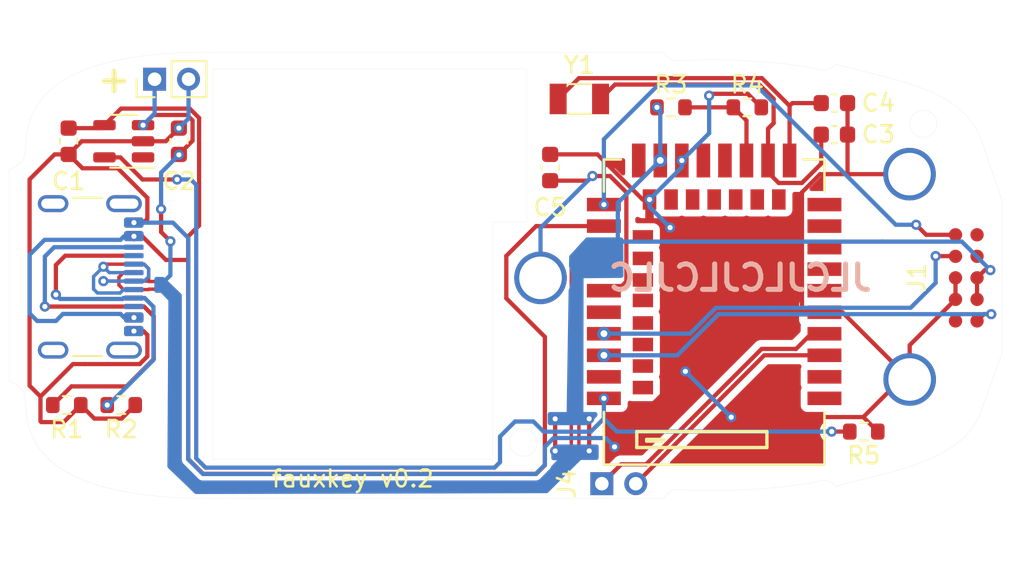
<source format=kicad_pcb>
(kicad_pcb (version 20221018) (generator pcbnew)
  (layers (0 "F.Cu" signal) (31 "B.Cu" signal) (34 "B.Paste" user) (35 "F.Paste" user) (36 "B.SilkS" user "B.Silkscreen") (37 "F.SilkS" user "F.Silkscreen") (38 "B.Mask" user) (39 "F.Mask" user) (44 "Edge.Cuts" user))
  (net 0 "")
  (net 1 "/Power/USB_VBUS")
  (net 2 "GND")
  (net 3 "/Power/VCC")
  (net 4 "/Power/USB_D-")
  (net 5 "/Power/USB_D+")
  (net 15 "Net-(U1-P0.00{slash}XL1)")
  (net 16 "Net-(U1-P0.01{slash}XL2)")
  (net 32 "/Power/~{CHRG}")
  (net 33 "/Power/PROG")
  (net 34 "Net-(J2-CC1)")
  (net 36 "Net-(J2-CC2)")
  (net 39 "/Power/VCC_DIV")
  (net 41 "unconnected-(U1-P1.00-Pad36)")
  (net 42 "Net-(J1-RST)")
  (net 43 "Net-(J1-SWDIO)")
  (net 45 "Net-(J1-SWDCLK)")
  (net 46 "Net-(J1-5V0-Pad10)")
  (net 47 "/KEY_PWR")
  (net 48 "Net-(J4-Pin_1)")
  (net 49 "Net-(J4-Pin_2)")
  (footprint "fauxkey:Tag-Connect_TC2050-IDC-NL_2x05_P1.27mm_Vertical_NoSilkscreen" (layer "F.Cu") (at 172.905 95.0574 -90)
    (fp_text reference "J1")
    (fp_text value "Conn_ARM_JTAG_SWD_10")
  )
  (footprint "Capacitor_SMD:C_0603_1608Metric" (layer "F.Cu") (at 126.5 87 90)
    (fp_text reference "C2")
    (fp_text value "10uF")
  )
  (footprint "Crystal:Crystal_SMD_3215-2Pin_3.2x1.5mm" (layer "F.Cu") (at 150.1006 84.5038)
    (fp_text reference "Y1")
    (fp_text value "32.768 kHz")
  )
  (footprint "fauxkey:PinHeader_1x02_P2.00mm_Vertical_NoSilkscreen" (layer "F.Cu") (at 151.425 107.2 90)
    (fp_text reference "J4")
    (fp_text value "Conn_01x02")
  )
  (footprint "Package_TO_SOT_SMD:TSOT-23-5" (layer "F.Cu") (at 123.25 87 180)
    (fp_text reference "U2" hide)
    (fp_text value "LTC4054ES5-4.2" hide)
  )
  (footprint "Capacitor_SMD:C_0603_1608Metric" (layer "F.Cu") (at 120 87 -90)
    (fp_text reference "C1")
    (fp_text value "10uF")
  )
  (footprint "Capacitor_SMD:C_0603_1608Metric" (layer "F.Cu") (at 165.1318 86.607)
    (fp_text reference "C3")
    (fp_text value "12pF")
  )
  (footprint "Resistor_SMD:R_0603_1608Metric" (layer "F.Cu") (at 166.865 104.125)
    (fp_text reference "R5")
    (fp_text value "2k")
  )
  (footprint "E73-2G4M08S1C:E73-2G4M08S1C" (layer "F.Cu") (at 158.0463 95.1505)
    (fp_text reference "U1" hide)
    (fp_text value "E73-2G4M08S1C")
  )
  (footprint "Capacitor_SMD:C_0603_1608Metric" (layer "F.Cu") (at 165.1318 84.7482)
    (fp_text reference "C4")
    (fp_text value "12pF")
  )
  (footprint "fauxkey:USB_C_Receptacle_GCT_USB4105-xx-A_16P_TopMnt_Horizontal_BothSides" (layer "F.Cu") (at 120.1613 95 -90)
    (fp_text reference "J2" hide)
    (fp_text value "USB_C_Receptacle_USB2.0" hide)
  )
  (footprint "Connector_PinHeader_2.00mm:PinHeader_1x02_P2.00mm_Vertical" (layer "F.Cu") (at 125.0682 83.3398 90)
    (fp_text reference "J3" hide)
    (fp_text value "Conn_01x02")
  )
  (footprint "Resistor_SMD:R_0603_1608Metric" (layer "F.Cu") (at 155.5 85 180)
    (fp_text reference "R3")
    (fp_text value "800k")
  )
  (footprint "Capacitor_SMD:C_0603_1608Metric" (layer "F.Cu") (at 148.38 88.5494 90)
    (fp_text reference "C5")
    (fp_text value "10uF")
  )
  (footprint "Resistor_SMD:R_0603_1608Metric" (layer "F.Cu") (at 119.8913 102.5595 180)
    (fp_text reference "R1")
    (fp_text value "5.1k")
  )
  (footprint "Resistor_SMD:R_0603_1608Metric" (layer "F.Cu") (at 160 85 180)
    (fp_text reference "R4")
    (fp_text value "2M")
  )
  (footprint "Resistor_SMD:R_0603_1608Metric" (layer "F.Cu") (at 123.1013 102.5595 180)
    (fp_text reference "R2")
    (fp_text value "5.1k")
  )
  (gr_poly (pts (xy 128.50057 105.753849) (xy 145.00057 105.753849) (xy 145.00057 91.753849) (xy 147.00057 91.753849) (xy 147 82.75) (xy 128.5 82.75)) (stroke (width 0.01)) (fill none) (layer "Edge.Cuts"))
  (gr_circle (center 170.3753 85.97) (end 171.1753 85.97) (stroke (width 0.01)) (fill none) (layer "Edge.Cuts"))
  (gr_poly (pts (xy 128.50057 81.753849) (xy 147.00057 81.753849) (xy 155.102495 81.755416) (xy 155.133274 81.802654) (xy 155.165427 81.847947) (xy 155.19889 81.891271) (xy 155.2336 81.932599) (xy 155.269491 81.971906) (xy 155.3065 82.009166) (xy 155.344563 82.044354) (xy 155.383614 82.077443) (xy 155.423591 82.108409) (xy 155.464428 82.137225) (xy 155.506061 82.163865) (xy 155.548427 82.188305) (xy 155.591461 82.210518) (xy 155.635099 82.230478) (xy 155.679276 82.248161) (xy 155.723928 82.263539) (xy 156.781325 82.21077) (xy 157.859651 82.192882) (xy 158.944954 82.207551) (xy 160.023279 82.25245) (xy 161.080676 82.325254) (xy 162.103192 82.423638) (xy 163.076873 82.545277) (xy 163.987768 82.687845) (xy 164.075053 82.724783) (xy 164.118394 82.74072) (xy 164.161509 82.754963) (xy 164.204378 82.767512) (xy 164.246983 82.778361) (xy 164.289305 82.787509) (xy 164.331325 82.794952) (xy 164.373024 82.800688) (xy 164.414384 82.804712) (xy 164.455384 82.807023) (xy 164.496007 82.807617) (xy 164.536233 82.806491) (xy 164.576043 82.803643) (xy 164.615419 82.799068) (xy 164.654341 82.792764) (xy 164.692792 82.784729) (xy 164.73075 82.774958) (xy 164.768199 82.76345) (xy 164.805118 82.7502) (xy 164.84149 82.735206) (xy 164.877294 82.718465) (xy 164.912513 82.699974) (xy 164.947126 82.67973) (xy 164.981116 82.65773) (xy 165.014464 82.63397) (xy 165.047149 82.608449) (xy 165.079154 82.581162) (xy 165.11046 82.552106) (xy 165.141047 82.521279) (xy 165.170897 82.488678) (xy 165.199991 82.4543) (xy 168.168846 83.207953) (xy 168.861339 83.398602) (xy 169.527006 83.600444) (xy 170.162381 83.818629) (xy 170.763995 84.058305) (xy 171.051059 84.187811) (xy 171.328381 84.324621) (xy 171.59553 84.469379) (xy 171.85207 84.622728) (xy 172.09757 84.785312) (xy 172.331595 84.957774) (xy 172.553712 85.140759) (xy 172.763487 85.334909) (xy 172.960487 85.540869) (xy 173.144279 85.759282) (xy 173.314428 85.990791) (xy 173.470502 86.236042) (xy 173.612067 86.495676) (xy 173.738689 86.770338) (xy 173.849935 87.060671) (xy 173.945371 87.36732) (xy 175.000044 90.452104) (xy 175.000047 99.547909) (xy 173.945375 102.438387) (xy 173.849939 102.745036) (xy 173.738693 103.035369) (xy 173.612071 103.310031) (xy 173.470506 103.569666) (xy 173.314432 103.814916) (xy 173.144282 104.046426) (xy 172.960491 104.264839) (xy 172.763491 104.470798) (xy 172.553715 104.664949) (xy 172.331598 104.847933) (xy 171.852073 105.182979) (xy 171.328384 105.481086) (xy 170.763998 105.747403) (xy 170.162383 105.987079) (xy 169.527008 106.205263) (xy 168.861341 106.407105) (xy 168.168849 106.597755) (xy 165.199995 107.351408) (xy 165.14105 107.284428) (xy 165.079157 107.224546) (xy 165.014466 107.171737) (xy 164.981118 107.147978) (xy 164.947128 107.125977) (xy 164.912514 107.105733) (xy 164.877295 107.087242) (xy 164.841491 107.070501) (xy 164.805119 107.055508) (xy 164.7682 107.042258) (xy 164.730751 107.030749) (xy 164.654342 107.012943) (xy 164.576043 107.002065) (xy 164.496007 106.99809) (xy 164.414384 107.000995) (xy 164.331325 107.010755) (xy 164.246983 107.027346) (xy 164.161509 107.050744) (xy 164.075053 107.080924) (xy 163.987768 107.117863) (xy 163.076873 107.260429) (xy 162.103192 107.382068) (xy 161.080676 107.480452) (xy 160.023279 107.553256) (xy 158.944954 107.598156) (xy 157.859651 107.612825) (xy 156.781325 107.594937) (xy 155.723928 107.542168) (xy 155.679276 107.557546) (xy 155.635099 107.575229) (xy 155.591461 107.595189) (xy 155.548427 107.617402) (xy 155.506061 107.641842) (xy 155.464428 107.668482) (xy 155.423591 107.697298) (xy 155.383614 107.728264) (xy 155.344563 107.761353) (xy 155.3065 107.796541) (xy 155.269491 107.833801) (xy 155.2336 107.873108) (xy 155.19889 107.914436) (xy 155.165427 107.95776) (xy 155.133274 108.003053) (xy 155.102495 108.050291) (xy 129.966428 108.052792) (xy 128.686383 108.076266) (xy 127.497673 108.065482) (xy 126.39688 108.022452) (xy 125.380586 107.949187) (xy 124.445371 107.8477) (xy 123.587817 107.720001) (xy 122.804506 107.568103) (xy 122.092018 107.394017) (xy 121.446937 107.199756) (xy 120.865842 106.98733) (xy 120.345315 106.758752) (xy 119.881938 106.516033) (xy 119.472292 106.261185) (xy 119.112959 105.99622) (xy 118.80052 105.72315) (xy 118.531556 105.443986) (xy 118.30265 105.16074) (xy 118.110381 104.875423) (xy 117.951332 104.590049) (xy 117.822084 104.306627) (xy 117.719219 104.02717) (xy 117.639318 103.75369) (xy 117.578962 103.488199) (xy 117.534733 103.232707) (xy 117.480982 102.759772) (xy 117.450714 102.350979) (xy 117.416583 102.02242) (xy 117.389522 101.893259) (xy 117.351239 101.790192) (xy 117.330011 101.751093) (xy 117.306495 101.713238) (xy 117.280886 101.676627) (xy 117.253377 101.641259) (xy 117.224164 101.607134) (xy 117.193439 101.574251) (xy 117.161398 101.542612) (xy 117.128235 101.512215) (xy 117.094143 101.48306) (xy 117.059317 101.455148) (xy 116.988241 101.40305) (xy 116.91656 101.355919) (xy 116.845827 101.313755) (xy 116.777597 101.276555) (xy 116.713423 101.24432) (xy 116.654858 101.217047) (xy 116.603458 101.194735) (xy 116.528364 101.164991) (xy 116.50057 101.155079) (xy 116.50057 88.650586) (xy 116.603458 88.610929) (xy 116.713423 88.561345) (xy 116.777597 88.529109) (xy 116.845827 88.491909) (xy 116.91656 88.449745) (xy 116.988241 88.402614) (xy 117.059317 88.350516) (xy 117.128235 88.293449) (xy 117.193439 88.231413) (xy 117.224164 88.198531) (xy 117.253377 88.164405) (xy 117.280886 88.129037) (xy 117.306495 88.092426) (xy 117.330011 88.054571) (xy 117.351239 88.015473) (xy 117.389522 87.912406) (xy 117.416583 87.783244) (xy 117.435841 87.63) (xy 117.450714 87.454686) (xy 117.480981 87.045892) (xy 117.503212 86.816436) (xy 117.534733 86.572957) (xy 117.578962 86.317466) (xy 117.639318 86.051974) (xy 117.719219 85.778494) (xy 117.822084 85.499037) (xy 117.951332 85.215616) (xy 118.026918 85.073047) (xy 118.110381 84.930241) (xy 118.202149 84.78745) (xy 118.30265 84.644925) (xy 118.41231 84.502917) (xy 118.531557 84.361679) (xy 118.660818 84.22146) (xy 118.80052 84.082514) (xy 118.951092 83.945092) (xy 119.11296 83.809444) (xy 119.286551 83.675823) (xy 119.472293 83.544479) (xy 119.670613 83.415665) (xy 119.881938 83.289631) (xy 120.106697 83.16663) (xy 120.345315 83.046912) (xy 120.598221 82.93073) (xy 120.865842 82.818334) (xy 121.148605 82.709977) (xy 121.446937 82.605908) (xy 121.761266 82.506381) (xy 122.092019 82.411647) (xy 122.439623 82.321956) (xy 122.804506 82.237561) (xy 123.187095 82.158713) (xy 123.587817 82.085663) (xy 124.0071 82.018663) (xy 124.445371 81.957964) (xy 124.903057 81.903818) (xy 125.380586 81.856476) (xy 125.626925 81.836023) (xy 125.878385 81.818326) (xy 126.396881 81.790045) (xy 126.936501 81.769324) (xy 127.497674 81.753849) (xy 127.757442 81.749736) (xy 127.987919 81.749692)) (stroke (width 0.01)) (fill none) (layer "Edge.Cuts"))
  (gr_circle (center 146.812 104.775) (end 147.612 104.775) (stroke (width 0.01)) (fill none) (layer "Edge.Cuts"))
  (gr_text "JLCJLCJLCJLC" (at 167.4876 95.0574) (layer "B.SilkS") (effects (font (size 1.5 1.5) (thickness 0.3) bold) (justify left mirror)))
  (gr_text "fauxkey v0.2" (at 136.7506 106.90265) (layer "F.SilkS") (effects (font (size 1 1))))
  (gr_text "+" (at 122.682 83.3398) (layer "F.SilkS") (effects (font (size 1.5 1.5) (thickness 0.3) bold) (justify mirror)))
  (segment (start 127.05 92.6084) (end 127.69 91.9684) (width 0.25) (layer "F.Cu") (net 1))
  (segment (start 145.796 93.764) (end 145.796 96.266) (width 0.25) (layer "F.Cu") (net 1))
  (segment (start 127.05 94) (end 127.05 92.6084) (width 0.25) (layer "F.Cu") (net 1))
  (segment (start 124.342464 92.6084) (end 125.734064 94) (width 0.25) (layer "F.Cu") (net 1))
  (segment (start 147.5545 92.0055) (end 145.796 93.764) (width 0.25) (layer "F.Cu") (net 1))
  (segment (start 151.5463 92.0055) (end 147.5545 92.0055) (width 0.25) (layer "F.Cu") (net 1))
  (segment (start 127.05 105.74) (end 127.05 94) (width 0.25) (layer "F.Cu") (net 1))
  (segment (start 123.0895 85.073) (end 122.1125 86.05) (width 0.25) (layer "F.Cu") (net 1))
  (segment (start 127.93 106.62) (end 127.05 105.74) (width 0.25) (layer "F.Cu") (net 1))
  (segment (start 123.8504 92.6084) (end 124.342464 92.6084) (width 0.25) (layer "F.Cu") (net 1))
  (segment (start 120 86.225) (end 121.9375 86.225) (width 0.25) (layer "F.Cu") (net 1))
  (segment (start 123.842 92.6) (end 123.8504 92.6084) (width 0.25) (layer "F.Cu") (net 1))
  (segment (start 123.8413 92.6) (end 123.842 92.6) (width 0.25) (layer "F.Cu") (net 1))
  (segment (start 148.07 98.54) (end 148.07 106.11) (width 0.25) (layer "F.Cu") (net 1))
  (segment (start 123.8504 92.6084) (end 123.8588 92.6) (width 0.25) (layer "F.Cu") (net 1))
  (segment (start 121.9375 86.225) (end 122.1125 86.05) (width 0.25) (layer "F.Cu") (net 1))
  (segment (start 148.07 106.11) (end 147.56 106.62) (width 0.25) (layer "F.Cu") (net 1))
  (segment (start 145.796 96.266) (end 148.07 98.54) (width 0.25) (layer "F.Cu") (net 1))
  (segment (start 147.56 106.62) (end 127.93 106.62) (width 0.25) (layer "F.Cu") (net 1))
  (segment (start 127.14021 85.073) (end 123.0895 85.073) (width 0.25) (layer "F.Cu") (net 1))
  (segment (start 127.69 85.62279) (end 127.14021 85.073) (width 0.25) (layer "F.Cu") (net 1))
  (segment (start 125.734064 94) (end 127.05 94) (width 0.25) (layer "F.Cu") (net 1))
  (segment (start 127.69 91.9684) (end 127.69 85.62279) (width 0.25) (layer "F.Cu") (net 1))
  (via (at 123.85 97.4) (size 0.6) (drill 0.3) (layers "F.Cu" "B.Cu") (net 1))
  (via (at 123.8504 92.6084) (size 0.6) (drill 0.3) (layers "F.Cu" "B.Cu") (net 1))
  (segment (start 123.057906 97.186) (end 119.664 97.186) (width 0.25) (layer "B.Cu") (net 1))
  (segment (start 118.15 97.6) (end 117.7 97.15) (width 0.25) (layer "B.Cu") (net 1))
  (segment (start 119.664 97.186) (end 119.25 97.6) (width 0.25) (layer "B.Cu") (net 1))
  (segment (start 123.263506 92.6084) (end 123.8504 92.6084) (width 0.25) (layer "B.Cu") (net 1))
  (segment (start 123.271906 97.4) (end 123.057906 97.186) (width 0.25) (layer "B.Cu") (net 1))
  (segment (start 117.7 97.15) (end 117.7 93.7) (width 0.25) (layer "B.Cu") (net 1))
  (segment (start 118.586 92.814) (end 123.057906 92.814) (width 0.25) (layer "B.Cu") (net 1))
  (segment (start 123.057906 92.814) (end 123.263506 92.6084) (width 0.25) (layer "B.Cu") (net 1))
  (segment (start 117.7 93.7) (end 118.586 92.814) (width 0.25) (layer "B.Cu") (net 1))
  (segment (start 119.25 97.6) (end 118.15 97.6) (width 0.25) (layer "B.Cu") (net 1))
  (segment (start 123.85 97.4) (end 123.271906 97.4) (width 0.25) (layer "B.Cu") (net 1))
  (segment (start 165.9068 88.934) (end 165.9128 88.94) (width 0.25) (layer "F.Cu") (net 2))
  (segment (start 157.86 84.2) (end 157.75 84.31) (width 0.25) (layer "F.Cu") (net 2))
  (segment (start 154.2363 90.4355) (end 154.2363 90.8155) (width 0.25) (layer "F.Cu") (net 2))
  (segment (start 165.9068 86.607) (end 165.9068 84.7482) (width 0.25) (layer "F.Cu") (net 2))
  (segment (start 124.416299 98.2) (end 124.6413 98.425001) (width 0.25) (layer "F.Cu") (net 2))
  (segment (start 123.85 91.8) (end 124.416299 91.8) (width 0.25) (layer "F.Cu") (net 2))
  (segment (start 165.6036 97.0855) (end 169.57 101.0519) (width 0.25) (layer "F.Cu") (net 2))
  (segment (start 163.2213 96.7668) (end 163.54 97.0855) (width 0.25) (layer "F.Cu") (net 2))
  (segment (start 123.9263 102.5595) (end 123.1263 103.3595) (width 0.25) (layer "F.Cu") (net 2))
  (segment (start 169.0531 101.0519) (end 169.57 101.0519) (width 0.25) (layer "F.Cu") (net 2))
  (segment (start 124.6413 99.6915) (end 124.1878 100.145) (width 0.25) (layer "F.Cu") (net 2))
  (segment (start 125.725 87) (end 126.5 86.225) (width 0.25) (layer "F.Cu") (net 2))
  (segment (start 151.168358 87.7744) (end 148.38 87.7744) (width 0.25) (layer "F.Cu") (net 2))
  (segment (start 120.8202 88.5952) (end 120 87.775) (width 0.25) (layer "F.Cu") (net 2))
  (segment (start 123.1263 103.3595) (end 121.5163 103.3595) (width 0.25) (layer "F.Cu") (net 2))
  (segment (start 154.2363 90.4355) (end 153.829458 90.4355) (width 0.25) (layer "F.Cu") (net 2))
  (segment (start 123.8413 98.2) (end 123.85 98.2) (width 0.25) (layer "F.Cu") (net 2))
  (segment (start 154.2363 90.4355) (end 154.2363 90.6355) (width 0.25) (layer "F.Cu") (net 2))
  (segment (start 120 87.775) (end 120.775 87) (width 0.25) (layer "F.Cu") (net 2))
  (segment (start 121.5163 103.3595) (end 120.7163 102.5595) (width 0.25) (layer "F.Cu") (net 2))
  (segment (start 124.416299 91.8) (end 124.6413 91.574999) (width 0.25) (layer "F.Cu") (net 2))
  (segment (start 117.7 101.4174) (end 118.3413 102.0587) (width 0.25) (layer "F.Cu") (net 2))
  (segment (start 152.175 105.025) (end 152.175 104.75) (width 0.25) (layer "F.Cu") (net 2))
  (segment (start 166.835 103.27) (end 167.69 104.125) (width 0.25) (layer "F.Cu") (net 2))
  (segment (start 169.56 88.94) (end 165.9128 88.94) (width 0.25) (layer "F.Cu") (net 2))
  (segment (start 153.829458 90.4355) (end 151.168358 87.7744) (width 0.25) (layer "F.Cu") (net 2))
  (segment (start 120.95 100.145) (end 122.3446 100.145) (width 0.25) (layer "F.Cu") (net 2))
  (segment (start 164.2918 88.94) (end 163.2213 90.0105) (width 0.25) (layer "F.Cu") (net 2))
  (segment (start 160.025 84.2) (end 157.86 84.2) (width 0.25) (layer "F.Cu") (net 2))
  (segment (start 165.9128 88.94) (end 164.2918 88.94) (width 0.25) (layer "F.Cu") (net 2))
  (segment (start 124.6413 90.338274) (end 122.898226 88.5952) (width 0.25) (layer "F.Cu") (net 2))
  (segment (start 172.27 96.3274) (end 169.57 99.0274) (width 0.25) (layer "F.Cu") (net 2))
  (segment (start 163.54 97.0855) (end 164.5463 97.0855) (width 0.25) (layer "F.Cu") (net 2))
  (segment (start 152.175 104.75) (end 156.35 100.575) (width 0.25) (layer "F.Cu") (net 2))
  (segment (start 124.6413 98.425001) (end 124.6413 99.6915) (width 0.25) (layer "F.Cu") (net 2))
  (segment (start 118.397103 103.567103) (end 118.3413 103.5113) (width 0.25) (layer "F.Cu") (net 2))
  (segment (start 123.85 98.2) (end 124.416299 98.2) (width 0.25) (layer "F.Cu") (net 2))
  (segment (start 159.055 103.27) (end 159.05 103.275) (width 0.25) (layer "F.Cu") (net 2))
  (segment (start 118.3413 103.5113) (end 118.3413 102.0587) (width 0.25) (layer "F.Cu") (net 2))
  (segment (start 124.3875 87) (end 125.725 87) (width 0.25) (layer "F.Cu") (net 2))
  (segment (start 165.9068 86.607) (end 165.9068 88.934) (width 0.25) (layer "F.Cu") (net 2))
  (segment (start 166.835 103.27) (end 169.0531 101.0519) (width 0.25) (layer "F.Cu") (net 2))
  (segment (start 162.8 103.27) (end 166.835 103.27) (width 0.25) (layer "F.Cu") (net 2))
  (segment (start 122.898226 88.5952) (end 120.8202 88.5952) (width 0.25) (layer "F.Cu") (net 2))
  (segment (start 163.2213 90.0105) (end 163.2213 96.7668) (width 0.25) (layer "F.Cu") (net 2))
  (segment (start 156.1413 88.1355) (end 156.1413 87.3555) (width 0.25) (layer "F.Cu") (net 2))
  (segment (start 118.3413 102.0587) (end 120.255 100.145) (width 0.25) (layer "F.Cu") (net 2))
  (segment (start 120 87.775) (end 119.175 87.775) (width 0.25) (layer "F.Cu") (net 2))
  (segment (start 119.175 87.775) (end 117.7 89.25) (width 0.25) (layer "F.Cu") (net 2))
  (segment (start 120.7163 102.5595) (end 119.708697 103.567103) (width 0.25) (layer "F.Cu") (net 2))
  (segment (start 120.775 87) (end 124.3875 87) (width 0.25) (layer "F.Cu") (net 2))
  (segment (start 124.6413 91.574999) (end 124.6413 90.338274) (width 0.25) (layer "F.Cu") (net 2))
  (segment (start 169.57 99.0274) (end 169.57 101.0519) (width 0.25) (layer "F.Cu") (net 2))
  (segment (start 119.708697 103.567103) (end 118.397103 103.567103) (width 0.25) (layer "F.Cu") (net 2))
  (segment (start 162.8 103.27) (end 159.055 103.27) (width 0.25) (layer "F.Cu") (net 2))
  (segment (start 172.27 95.0574) (end 172.27 96.3274) (width 0.25) (layer "F.Cu") (net 2))
  (segment (start 123.8413 91.8) (end 123.85 91.8) (width 0.25) (layer "F.Cu") (net 2))
  (segment (start 164.5463 97.0855) (end 165.6036 97.0855) (width 0.25) (layer "F.Cu") (net 2))
  (segment (start 160.825 85) (end 160.025 84.2) (width 0.25) (layer "F.Cu") (net 2))
  (segment (start 120.255 100.145) (end 120.95 100.145) (width 0.25) (layer "F.Cu") (net 2))
  (segment (start 124.1878 100.145) (end 122.3446 100.145) (width 0.25) (layer "F.Cu") (net 2))
  (segment (start 117.7 89.25) (end 117.7 101.4174) (width 0.25) (layer "F.Cu") (net 2))
  (via (at 156.1413 88.1355) (size 0.6) (drill 0.3) (layers "F.Cu" "B.Cu") (net 2))
  (via (at 159.05 103.275) (size 0.6) (drill 0.3) (layers "F.Cu" "B.Cu") (net 2))
  (via (at 123.85 98.2) (size 0.6) (drill 0.3) (layers "F.Cu" "B.Cu") (net 2))
  (via (at 169.57 101.0519) (size 3.1) (drill 2.51) (layers "F.Cu" "B.Cu") (net 2))
  (via (at 169.56 88.94) (size 3.1) (drill 2.51) (layers "F.Cu" "B.Cu") (net 2))
  (via (at 152.175 105.025) (size 0.6) (drill 0.3) (layers "F.Cu" "B.Cu") (net 2))
  (via (at 155.45 92.09) (size 0.6) (drill 0.3) (layers "F.Cu" "B.Cu") (net 2))
  (via (at 123.85 91.8) (size 0.6) (drill 0.3) (layers "F.Cu" "B.Cu") (net 2))
  (via (at 126.5 86.225) (size 0.6) (drill 0.3) (layers "F.Cu" "B.Cu") (net 2))
  (via (at 156.35 100.575) (size 0.6) (drill 0.3) (layers "F.Cu" "B.Cu") (net 2))
  (via (at 154.2363 90.4355) (size 0.6) (drill 0.3) (layers "F.Cu" "B.Cu") (net 2))
  (via (at 157.75 84.31) (size 0.6) (drill 0.3) (layers "F.Cu" "B.Cu") (net 2))
  (segment (start 148.07 106.0824) (end 147.5232 106.6292) (width 0.25) (layer "B.Cu") (net 2))
  (segment (start 127.0682 85.6568) (end 127.0682 83.3398) (width 0.25) (layer "B.Cu") (net 2))
  (segment (start 151.032 104.507) (end 151.657 104.507) (width 0.25) (layer "B.Cu") (net 2))
  (segment (start 147.5232 106.6292) (end 127.9144 106.6292) (width 0.25) (layer "B.Cu") (net 2))
  (segment (start 159.05 103.275) (end 156.35 100.575) (width 0.25) (layer "B.Cu") (net 2))
  (segment (start 126.15 91.8) (end 123.85 91.8) (width 0.25) (layer "B.Cu") (net 2))
  (segment (start 154.2363 90.4355) (end 154.2363 90.8763) (width 0.25) (layer "B.Cu") (net 2))
  (segment (start 148.581 104.507) (end 148.07 105.018) (width 0.25) (layer "B.Cu") (net 2))
  (segment (start 127.0508 105.7656) (end 127.0508 92.7008) (width 0.25) (layer "B.Cu") (net 2))
  (segment (start 154.2363 90.8763) (end 155.45 92.09) (width 0.25) (layer "B.Cu") (net 2))
  (segment (start 148.581 104.507) (end 151.032 104.507) (width 0.25) (layer "B.Cu") (net 2))
  (segment (start 151.657 104.507) (end 152.175 105.025) (width 0.25) (layer "B.Cu") (net 2))
  (segment (start 127.0508 92.7008) (end 126.15 91.8) (width 0.25) (layer "B.Cu") (net 2))
  (segment (start 157.75 84.31) (end 157.75 86.5268) (width 0.25) (layer "B.Cu") (net 2))
  (segment (start 127.9144 106.6292) (end 127.0508 105.7656) (width 0.25) (layer "B.Cu") (net 2))
  (segment (start 148.07 105.018) (end 148.07 106.0824) (width 0.25) (layer "B.Cu") (net 2))
  (segment (start 126.5 86.225) (end 127.0682 85.6568) (width 0.25) (layer "B.Cu") (net 2))
  (segment (start 157.75 86.5268) (end 156.1413 88.1355) (width 0.25) (layer "B.Cu") (net 2))
  (segment (start 156.1413 88.1355) (end 156.1413 88.5305) (width 0.25) (layer "B.Cu") (net 2))
  (segment (start 156.1413 88.5305) (end 154.2363 90.4355) (width 0.25) (layer "B.Cu") (net 2))
  (segment (start 173.54 96.3274) (end 173.54 95.0574) (width 0.25) (layer "F.Cu") (net 3))
  (segment (start 127.3048 85.770748) (end 127.3048 86.9702) (width 0.25) (layer "F.Cu") (net 3))
  (segment (start 173.9974 94.6) (end 173.54 95.0574) (width 0.25) (layer "F.Cu") (net 3))
  (segment (start 126.5 87.8) (end 126.475 87.8) (width 0.25) (layer "F.Cu") (net 3))
  (segment (start 125.45 91) (end 125.45 92.35) (width 0.25) (layer "F.Cu") (net 3))
  (segment (start 127.3048 86.9702) (end 126.5 87.775) (width 0.25) (layer "F.Cu") (net 3))
  (segment (start 126.984052 85.45) (end 127.3048 85.770748) (width 0.25) (layer "F.Cu") (net 3))
  (segment (start 125.45 92.35) (end 126 92.9) (width 0.25) (layer "F.Cu") (net 3))
  (segment (start 124.3875 86.05) (end 124.9875 85.45) (width 0.25) (layer "F.Cu") (net 3))
  (segment (start 150.68 103.37) (end 150.68 105.2636) (width 0.25) (layer "F.Cu") (net 3))
  (segment (start 174.325 94.6) (end 173.9974 94.6) (width 0.25) (layer "F.Cu") (net 3))
  (segment (start 148.675 103.375) (end 148.675 105.2686) (width 0.25) (layer "F.Cu") (net 3))
  (segment (start 126.5 87.775) (end 126.5 87.8) (width 0.25) (layer "F.Cu") (net 3))
  (segment (start 150.78 103.33) (end 150.78 103.34) (width 0.25) (layer "F.Cu") (net 3))
  (segment (start 126.475 87.8) (end 126.5 87.775) (width 0.25) (layer "F.Cu") (net 3))
  (segment (start 124.9875 85.45) (end 126.984052 85.45) (width 0.25) (layer "F.Cu") (net 3))
  (segment (start 154.8713 88.1355) (end 154.8713 88.1313) (width 0.25) (layer "F.Cu") (net 3))
  (segment (start 154.8713 88.1313) (end 154.87 88.13) (width 0.25) (layer "F.Cu") (net 3))
  (via (at 126 92.9) (size 0.6) (drill 0.3) (layers "F.Cu" "B.Cu") (net 3))
  (via (at 124.3875 86.05) (size 0.6) (drill 0.3) (layers "F.Cu" "B.Cu") (net 3))
  (via (at 126.5 87.8) (size 0.6) (drill 0.3) (layers "F.Cu" "B.Cu") (net 3))
  (via (at 150.68 103.37) (size 0.6) (drill 0.3) (layers "F.Cu" "B.Cu") (net 3))
  (via (at 174.325 94.6) (size 0.6) (drill 0.3) (layers "F.Cu" "B.Cu") (net 3))
  (via (at 150.68 105.2636) (size 0.6) (drill 0.3) (layers "F.Cu" "B.Cu") (net 3))
  (via (at 125.45 91) (size 0.6) (drill 0.3) (layers "F.Cu" "B.Cu") (net 3))
  (via (at 148.675 105.2686) (size 0.6) (drill 0.3) (layers "F.Cu" "B.Cu") (net 3))
  (via (at 154.87 88.13) (size 0.8) (drill 0.4) (layers "F.Cu" "B.Cu") (net 3))
  (via (at 154.675 85) (size 0.6) (drill 0.3) (layers "F.Cu" "B.Cu") (net 3))
  (via (at 148.675 103.375) (size 0.6) (drill 0.3) (layers "F.Cu" "B.Cu") (net 3))
  (segment (start 154.87 85.195) (end 154.675 85) (width 0.25) (layer "B.Cu") (net 3))
  (segment (start 126 94.9) (end 125.4 95.5) (width 0.25) (layer "B.Cu") (net 3))
  (segment (start 126 92.9) (end 126 94.9) (width 0.25) (layer "B.Cu") (net 3))
  (segment (start 172.645 92.92) (end 174.325 94.6) (width 0.25) (layer "B.Cu") (net 3))
  (segment (start 152.37 92.92) (end 167.97 92.92) (width 0.25) (layer "B.Cu") (net 3))
  (segment (start 152.37 90.63) (end 152.37 92.92) (width 0.25) (layer "B.Cu") (net 3))
  (segment (start 167.97 92.92) (end 172.645 92.92) (width 0.25) (layer "B.Cu") (net 3))
  (segment (start 154.87 88.13) (end 152.37 90.63) (width 0.25) (layer "B.Cu") (net 3))
  (segment (start 125.45 88.85) (end 125.45 91) (width 0.25) (layer "B.Cu") (net 3))
  (segment (start 126.5 87.8) (end 125.45 88.85) (width 0.25) (layer "B.Cu") (net 3))
  (segment (start 154.87 88.13) (end 154.87 85.195) (width 0.25) (layer "B.Cu") (net 3))
  (segment (start 124.3875 86.05) (end 125.0682 85.3693) (width 0.25) (layer "B.Cu") (net 3))
  (segment (start 151.18 94.11) (end 152.37 92.92) (width 0.25) (layer "B.Cu") (net 3))
  (segment (start 125.0682 85.3693) (end 125.0682 83.3398) (width 0.25) (layer "B.Cu") (net 3))
  (segment (start 122.05 94.4) (end 122.2 94.25) (width 0.2) (layer "F.Cu") (net 4))
  (segment (start 151.5463 93.2755) (end 150.9463 93.2755) (width 0.2) (layer "F.Cu") (net 4))
  (segment (start 126.515 96.1268) (end 125.6632 95.275) (width 0.2) (layer "F.Cu") (net 4))
  (segment (start 150.1163 93.6855) (end 149.625 94.1768) (width 0.2) (layer "F.Cu") (net 4))
  (segment (start 124.703801 95.25) (end 123.8413 95.25) (width 0.2) (layer "F.Cu") (net 4))
  (segment (start 124.7163 94.51759) (end 124.7163 95.237501) (width 0.2) (layer "F.Cu") (net 4))
  (segment (start 125.6632 95.275) (end 124.728801 95.275) (width 0.2) (layer "F.Cu") (net 4))
  (segment (start 124.44871 94.25) (end 124.7163 94.51759) (width 0.2) (layer "F.Cu") (net 4))
  (segment (start 122.2 94.25) (end 123.8413 94.25) (width 0.2) (layer "F.Cu") (net 4))
  (segment (start 126.515 105.9668) (end 126.515 96.1268) (width 0.2) (layer "F.Cu") (net 4))
  (segment (start 149.625 105.4068) (end 147.9068 107.125) (width 0.2) (layer "F.Cu") (net 4))
  (segment (start 127.6732 107.125) (end 126.515 105.9668) (width 0.2) (layer "F.Cu") (net 4))
  (segment (start 124.728801 95.275) (end 124.703801 95.25) (width 0.2) (layer "F.Cu") (net 4))
  (segment (start 150.9463 93.2755) (end 150.5363 93.6855) (width 0.2) (layer "F.Cu") (net 4))
  (segment (start 150.5363 93.6855) (end 150.1163 93.6855) (width 0.2) (layer "F.Cu") (net 4))
  (segment (start 149.625 94.1768) (end 149.625 105.4068) (width 0.2) (layer "F.Cu") (net 4))
  (segment (start 124.7163 95.237501) (end 124.703801 95.25) (width 0.2) (layer "F.Cu") (net 4))
  (segment (start 123.8413 94.25) (end 124.44871 94.25) (width 0.2) (layer "F.Cu") (net 4))
  (segment (start 147.9068 107.125) (end 127.6732 107.125) (width 0.2) (layer "F.Cu") (net 4))
  (via (at 122.05 94.4) (size 0.6) (drill 0.3) (layers "F.Cu" "B.Cu") (net 4))
  (segment (start 123.03389 95.95) (end 121.7 95.95) (width 0.2) (layer "B.Cu") (net 4))
  (segment (start 123.8413 94.75) (end 122.4 94.75) (width 0.2) (layer "B.Cu") (net 4))
  (segment (start 123.23389 95.75) (end 123.03389 95.95) (width 0.2) (layer "B.Cu") (net 4))
  (segment (start 122.4 94.75) (end 122.05 94.4) (width 0.2) (layer "B.Cu") (net 4))
  (segment (start 121.7 95.95) (end 121.47 95.72) (width 0.2) (layer "B.Cu") (net 4))
  (segment (start 121.47 94.98) (end 122.05 94.4) (width 0.2) (layer "B.Cu") (net 4))
  (segment (start 121.47 95.72) (end 121.47 94.98) (width 0.2) (layer "B.Cu") (net 4))
  (segment (start 123.8413 95.75) (end 123.23389 95.75) (width 0.2) (layer "B.Cu") (net 4))
  (segment (start 122.9663 95.25) (end 122.9663 95.48241) (width 0.2) (layer "F.Cu") (net 5))
  (segment (start 150.9463 94.5455) (end 150.5363 94.1355) (width 0.2) (layer "F.Cu") (net 5))
  (segment (start 150.3027 94.1355) (end 150.075 94.3632) (width 0.2) (layer "F.Cu") (net 5))
  (segment (start 123.8413 94.75) (end 123.23389 94.75) (width 0.2) (layer "F.Cu") (net 5))
  (segment (start 124.728801 95.725) (end 124.703801 95.75) (width 0.2) (layer "F.Cu") (net 5))
  (segment (start 148.0932 107.575) (end 127.4868 107.575) (width 0.2) (layer "F.Cu") (net 5))
  (segment (start 122.9663 95.01759) (end 122.9663 95.25) (width 0.2) (layer "F.Cu") (net 5))
  (segment (start 122.05 95.25) (end 122.9663 95.25) (width 0.2) (layer "F.Cu") (net 5))
  (segment (start 123.23389 94.75) (end 122.9663 95.01759) (width 0.2) (layer "F.Cu") (net 5))
  (segment (start 150.5363 94.1355) (end 150.3027 94.1355) (width 0.2) (layer "F.Cu") (net 5))
  (segment (start 150.075 105.5932) (end 148.0932 107.575) (width 0.2) (layer "F.Cu") (net 5))
  (segment (start 151.5463 94.5455) (end 150.9463 94.5455) (width 0.2) (layer "F.Cu") (net 5))
  (segment (start 150.075 94.3632) (end 150.075 105.5932) (width 0.2) (layer "F.Cu") (net 5))
  (segment (start 126.065 96.3132) (end 125.4768 95.725) (width 0.2) (layer "F.Cu") (net 5))
  (segment (start 123.23389 95.75) (end 123.8413 95.75) (width 0.2) (layer "F.Cu") (net 5))
  (segment (start 126.065 106.1532) (end 126.065 96.3132) (width 0.2) (layer "F.Cu") (net 5))
  (segment (start 125.4768 95.725) (end 124.728801 95.725) (width 0.2) (layer "F.Cu") (net 5))
  (segment (start 124.703801 95.75) (end 123.8413 95.75) (width 0.2) (layer "F.Cu") (net 5))
  (segment (start 122.9663 95.48241) (end 123.23389 95.75) (width 0.2) (layer "F.Cu") (net 5))
  (segment (start 127.4868 107.575) (end 126.065 106.1532) (width 0.2) (layer "F.Cu") (net 5))
  (via (at 122.05 95.25) (size 0.6) (drill 0.3) (layers "F.Cu" "B.Cu") (net 5))
  (segment (start 123.8413 95.25) (end 122.05 95.25) (width 0.2) (layer "B.Cu") (net 5))
  (segment (start 124.7163 94.98241) (end 124.44871 95.25) (width 0.2) (layer "B.Cu") (net 5))
  (segment (start 123.8413 94.25) (end 124.44871 94.25) (width 0.2) (layer "B.Cu") (net 5))
  (segment (start 124.44871 94.25) (end 124.7163 94.51759) (width 0.2) (layer "B.Cu") (net 5))
  (segment (start 124.44871 95.25) (end 123.8413 95.25) (width 0.2) (layer "B.Cu") (net 5))
  (segment (start 124.7163 94.51759) (end 124.7163 94.98241) (width 0.2) (layer "B.Cu") (net 5))
  (segment (start 162.653237 84.7482) (end 162.4913 84.910137) (width 0.25) (layer "F.Cu") (net 15))
  (segment (start 150.0776 83.2768) (end 148.8506 84.5038) (width 0.25) (layer "F.Cu") (net 15))
  (segment (start 164.3568 84.7482) (end 162.653237 84.7482) (width 0.25) (layer "F.Cu") (net 15))
  (segment (start 162.4913 84.910137) (end 160.857963 83.2768) (width 0.25) (layer "F.Cu") (net 15))
  (segment (start 162.4913 88.1355) (end 162.4913 84.910137) (width 0.25) (layer "F.Cu") (net 15))
  (segment (start 160.857963 83.2768) (end 150.0776 83.2768) (width 0.25) (layer "F.Cu") (net 15))
  (segment (start 161.2213 88.1355) (end 161.2213 86.2587) (width 0.25) (layer "F.Cu") (net 16))
  (segment (start 161.55 84.501996) (end 161.55 85.93) (width 0.25) (layer "F.Cu") (net 16))
  (segment (start 152.2006 83.6538) (end 160.701804 83.6538) (width 0.25) (layer "F.Cu") (net 16))
  (segment (start 160.701804 83.6538) (end 161.55 84.501996) (width 0.25) (layer "F.Cu") (net 16))
  (segment (start 161.2213 88.8322) (end 161.8496 89.4605) (width 0.25) (layer "F.Cu") (net 16))
  (segment (start 161.2213 86.2587) (end 161.55 85.93) (width 0.25) (layer "F.Cu") (net 16))
  (segment (start 164.3568 88.32) (end 164.3568 86.607) (width 0.25) (layer "F.Cu") (net 16))
  (segment (start 163.2163 89.4605) (end 164.3568 88.32) (width 0.25) (layer "F.Cu") (net 16))
  (segment (start 161.55 85.93) (end 161.22 86.26) (width 0.25) (layer "F.Cu") (net 16))
  (segment (start 161.8496 89.4605) (end 163.2163 89.4605) (width 0.25) (layer "F.Cu") (net 16))
  (segment (start 151.3506 84.5038) (end 152.2006 83.6538) (width 0.25) (layer "F.Cu") (net 16))
  (segment (start 161.2213 88.1355) (end 161.2213 88.8322) (width 0.25) (layer "F.Cu") (net 16))
  (segment (start 126.3904 89.2556) (end 124.354692 89.2556) (width 0.25) (layer "F.Cu") (net 33))
  (segment (start 124.354692 89.2556) (end 123.049092 87.95) (width 0.25) (layer "F.Cu") (net 33))
  (segment (start 166.04 104.125) (end 164.975 104.125) (width 0.25) (layer "F.Cu") (net 33))
  (segment (start 123.049092 87.95) (end 122.1125 87.95) (width 0.25) (layer "F.Cu") (net 33))
  (via (at 164.975 104.125) (size 0.6) (drill 0.3) (layers "F.Cu" "B.Cu") (net 33))
  (via (at 151.5463 102.1655) (size 0.6) (drill 0.3) (layers "F.Cu" "B.Cu") (net 33))
  (via (at 126.3904 89.2556) (size 0.6) (drill 0.3) (layers "F.Cu" "B.Cu") (net 33))
  (segment (start 127.520579 89.570579) (end 127.2056 89.2556) (width 0.25) (layer "B.Cu") (net 33))
  (segment (start 145.42557 104.41452) (end 145.42557 105.92989) (width 0.25) (layer "B.Cu") (net 33))
  (segment (start 152.312 104.125) (end 151.5463 103.3593) (width 0.25) (layer "B.Cu") (net 33))
  (segment (start 145.42557 105.92989) (end 145.10326 106.2522) (width 0.25) (layer "B.Cu") (net 33))
  (segment (start 150.7756 104.13) (end 151.5463 103.3593) (width 0.25) (layer "B.Cu") (net 33))
  (segment (start 151.5463 103.3593) (end 151.5463 102.1655) (width 0.25) (layer "B.Cu") (net 33))
  (segment (start 127.2056 89.2556) (end 126.3904 89.2556) (width 0.25) (layer "B.Cu") (net 33))
  (segment (start 147.9904 104.13) (end 147.3908 103.5304) (width 0.25) (layer "B.Cu") (net 33))
  (segment (start 147.3908 103.5304) (end 146.30969 103.5304) (width 0.25) (layer "B.Cu") (net 33))
  (segment (start 145.10326 106.2522) (end 128.070558 106.2522) (width 0.25) (layer "B.Cu") (net 33))
  (segment (start 128.070558 106.2522) (end 127.520579 105.702221) (width 0.25) (layer "B.Cu") (net 33))
  (segment (start 147.9904 104.13) (end 150.7756 104.13) (width 0.25) (layer "B.Cu") (net 33))
  (segment (start 164.975 104.125) (end 152.312 104.125) (width 0.25) (layer "B.Cu") (net 33))
  (segment (start 127.520579 105.702221) (end 127.520579 89.570579) (width 0.25) (layer "B.Cu") (net 33))
  (segment (start 146.30969 103.5304) (end 145.42557 104.41452) (width 0.25) (layer "B.Cu") (net 33))
  (segment (start 119.8 93.75) (end 119.45 94.1) (width 0.25) (layer "F.Cu") (net 34))
  (segment (start 123.8413 93.75) (end 119.8 93.75) (width 0.25) (layer "F.Cu") (net 34))
  (segment (start 119.45 94.1) (end 119.25 94.3) (width 0.25) (layer "F.Cu") (net 34))
  (segment (start 119.25 94.3) (end 119.25 96.05) (width 0.25) (layer "F.Cu") (net 34))
  (via (at 119.25 96.05) (size 0.6) (drill 0.3) (layers "F.Cu" "B.Cu") (net 34))
  (via (at 122.2763 102.5595) (size 0.6) (drill 0.3) (layers "F.Cu" "B.Cu") (net 34))
  (segment (start 123.231693 96.25) (end 123.8413 96.25) (width 0.25) (layer "B.Cu") (net 34))
  (segment (start 119.25 96.05) (end 119.502 96.302) (width 0.25) (layer "B.Cu") (net 34))
  (segment (start 125 96.765936) (end 125 99.9) (width 0.25) (layer "B.Cu") (net 34))
  (segment (start 125 96.765936) (end 124.484064 96.25) (width 0.25) (layer "B.Cu") (net 34))
  (segment (start 122.3405 102.5595) (end 122.2763 102.5595) (width 0.25) (layer "B.Cu") (net 34))
  (segment (start 125 99.9) (end 122.3405 102.5595) (width 0.25) (layer "B.Cu") (net 34))
  (segment (start 119.502 96.302) (end 123.179693 96.302) (width 0.25) (layer "B.Cu") (net 34))
  (segment (start 123.179693 96.302) (end 123.231693 96.25) (width 0.25) (layer "B.Cu") (net 34))
  (segment (start 124.484064 96.25) (end 123.8413 96.25) (width 0.25) (layer "B.Cu") (net 34))
  (segment (start 124.442208 96.75) (end 125.0183 97.326092) (width 0.25) (layer "F.Cu") (net 36))
  (segment (start 123.405958 101.46) (end 120.1658 101.46) (width 0.25) (layer "F.Cu") (net 36))
  (segment (start 125.0183 99.847658) (end 123.405958 101.46) (width 0.25) (layer "F.Cu") (net 36))
  (segment (start 123.8413 96.75) (end 124.442208 96.75) (width 0.25) (layer "F.Cu") (net 36))
  (segment (start 125.0183 97.326092) (end 125.0183 99.847658) (width 0.25) (layer "F.Cu") (net 36))
  (segment (start 123.8413 96.75) (end 118.6 96.75) (width 0.25) (layer "F.Cu") (net 36))
  (segment (start 120.1658 101.46) (end 119.0663 102.5595) (width 0.25) (layer "F.Cu") (net 36))
  (via (at 118.6 96.75) (size 0.6) (drill 0.3) (layers "F.Cu" "B.Cu") (net 36))
  (segment (start 119.15 93.25) (end 123.8413 93.25) (width 0.25) (layer "B.Cu") (net 36))
  (segment (start 118.6 93.8) (end 119.15 93.25) (width 0.25) (layer "B.Cu") (net 36))
  (segment (start 118.6 96.75) (end 118.6 93.8) (width 0.25) (layer "B.Cu") (net 36))
  (segment (start 156.325 85) (end 159.175 85) (width 0.25) (layer "F.Cu") (net 39))
  (segment (start 159.9513 85.7763) (end 159.175 85) (width 0.25) (layer "F.Cu") (net 39))
  (segment (start 159.9513 88.1355) (end 159.9513 85.7763) (width 0.25) (layer "F.Cu") (net 39))
  (segment (start 153.8463 97.7205) (end 154.0463 97.7205) (width 0.25) (layer "F.Cu") (net 41))
  (segment (start 172.27 92.5174) (end 170.5424 92.5174) (width 0.25) (layer "F.Cu") (net 42))
  (segment (start 170.5424 92.5174) (end 169.95 91.925) (width 0.25) (layer "F.Cu") (net 42))
  (via (at 151.5463 90.7355) (size 0.6) (drill 0.3) (layers "F.Cu" "B.Cu") (net 42))
  (via (at 169.95 91.925) (size 0.6) (drill 0.3) (layers "F.Cu" "B.Cu") (net 42))
  (segment (start 151.5463 86.8837) (end 151.5463 90.7355) (width 0.25) (layer "B.Cu") (net 42))
  (segment (start 168.75 91.925) (end 160.53 83.705) (width 0.25) (layer "B.Cu") (net 42))
  (segment (start 169.95 91.925) (end 168.75 91.925) (width 0.25) (layer "B.Cu") (net 42))
  (segment (start 160.53 83.705) (end 154.725 83.705) (width 0.25) (layer "B.Cu") (net 42))
  (segment (start 154.725 83.705) (end 151.5463 86.8837) (width 0.25) (layer "B.Cu") (net 42))
  (segment (start 172.2576 93.775) (end 172.27 93.7874) (width 0.25) (layer "F.Cu") (net 43))
  (segment (start 171.1 93.775) (end 172.2576 93.775) (width 0.25) (layer "F.Cu") (net 43))
  (via (at 171.1 93.775) (size 0.6) (drill 0.3) (layers "F.Cu" "B.Cu") (net 43))
  (via (at 151.55 98.35) (size 0.8) (drill 0.4) (layers "F.Cu" "B.Cu") (net 43))
  (segment (start 156.616842 98.35) (end 157.883421 97.083421) (width 0.25) (layer "B.Cu") (net 43))
  (segment (start 161.325 96.823) (end 169.627 96.823) (width 0.25) (layer "B.Cu") (net 43))
  (segment (start 151.55 98.35) (end 156.616842 98.35) (width 0.25) (layer "B.Cu") (net 43))
  (segment (start 169.627 96.823) (end 171.1 95.35) (width 0.25) (layer "B.Cu") (net 43))
  (segment (start 171.1 95.35) (end 171.1 93.775) (width 0.25) (layer "B.Cu") (net 43))
  (segment (start 157.883421 97.083421) (end 158.143841 96.823) (width 0.25) (layer "B.Cu") (net 43))
  (segment (start 158.143841 96.823) (end 161.325 96.823) (width 0.25) (layer "B.Cu") (net 43))
  (segment (start 174.375 97.2) (end 173.9374 97.2) (width 0.25) (layer "F.Cu") (net 45))
  (segment (start 173.9374 97.2) (end 173.54 97.5974) (width 0.25) (layer "F.Cu") (net 45))
  (via (at 151.55 99.625) (size 0.8) (drill 0.4) (layers "F.Cu" "B.Cu") (net 45))
  (via (at 174.375 97.2) (size 0.6) (drill 0.3) (layers "F.Cu" "B.Cu") (net 45))
  (segment (start 155.875 99.625) (end 151.55 99.625) (width 0.25) (layer "B.Cu") (net 45))
  (segment (start 158.3 97.2) (end 174.375 97.2) (width 0.25) (layer "B.Cu") (net 45))
  (segment (start 158.3 97.2) (end 155.875 99.625) (width 0.25) (layer "B.Cu") (net 45))
  (segment (start 151.5463 95.8155) (end 152.3263 95.8155) (width 0.25) (layer "F.Cu") (net 47))
  (segment (start 150.875 89.05) (end 150.6006 89.3244) (width 0.25) (layer "F.Cu") (net 47))
  (segment (start 152.8713 90.0105) (end 151.9108 89.05) (width 0.25) (layer "F.Cu") (net 47))
  (segment (start 151.9108 89.05) (end 150.875 89.05) (width 0.25) (layer "F.Cu") (net 47))
  (segment (start 150.6006 89.3244) (end 148.38 89.3244) (width 0.25) (layer "F.Cu") (net 47))
  (segment (start 152.8713 95.2705) (end 152.8713 90.0105) (width 0.25) (layer "F.Cu") (net 47))
  (segment (start 152.3263 95.8155) (end 152.8713 95.2705) (width 0.25) (layer "F.Cu") (net 47))
  (via (at 150.875 89.05) (size 0.6) (drill 0.3) (layers "F.Cu" "B.Cu") (net 47))
  (via (at 147.8124 95.0574) (size 3.1) (drill 2.51) (layers "F.Cu" "B.Cu") (net 47))
  (segment (start 150.875 89.05) (end 147.8124 92.1126) (width 0.25) (layer "B.Cu") (net 47))
  (segment (start 147.8124 92.1126) (end 147.8124 95.0574) (width 0.25) (layer "B.Cu") (net 47))
  (segment (start 163.768 98.3555) (end 164.5463 98.3555) (width 0.25) (layer "F.Cu") (net 48))
  (segment (start 152.566579 106.058421) (end 154.033421 106.058421) (width 0.25) (layer "F.Cu") (net 48))
  (segment (start 154.033421 106.058421) (end 160.843342 99.2485) (width 0.25) (layer "F.Cu") (net 48))
  (segment (start 160.843342 99.2485) (end 162.875 99.2485) (width 0.25) (layer "F.Cu") (net 48))
  (segment (start 151.425 107.2) (end 152.566579 106.058421) (width 0.25) (layer "F.Cu") (net 48))
  (segment (start 162.875 99.2485) (end 163.768 98.3555) (width 0.25) (layer "F.Cu") (net 48))
  (segment (start 164.5463 99.6255) (end 160.9995 99.6255) (width 0.25) (layer "F.Cu") (net 49))
  (segment (start 160.9995 99.6255) (end 153.425 107.2) (width 0.25) (layer "F.Cu") (net 49))
  (zone (net 2) (net_name "GND") (layer "F.Cu") (connect_pads (clearance 0.4)) (min_thickness 0.25) (fill yes (thermal_gap 0.5) (thermal_bridge_width 0.5))
    (polygon (pts (xy 151.5 88) (xy 158.05 88) (xy 164.6 88) (xy 164.6 106.1) (xy 151.5 106.1)))
  )
  (zone (net 3) (net_name "/Power/VCC") (layer "B.Cu") (priority 1) (connect_pads (clearance 0.254)) (min_thickness 0.25) (fill yes (thermal_gap 0.5) (thermal_bridge_width 0.5))
    (polygon (pts (xy 125.05 95.94) (xy 125.44 95.94) (xy 125.88 96.4) (xy 125.82 106.23) (xy 127.46 107.81) (xy 148.22 107.76) (xy 150.19 105.8) (xy 151.24 105.8) (xy 151.24 102.97) (xy 150.34 102.97) (xy 150.35 95.08) (xy 152.7 95.06) (xy 152.69 92.67) (xy 150.51 92.67) (xy 149.5 93.77) (xy 149.352 102.9716) (xy 148.2344 102.9716) (xy 148.2344 105.8164) (xy 148.7932 105.8164) (xy 147.78 106.85) (xy 127.74 106.89) (xy 126.71 105.84) (xy 126.71 96.07) (xy 125.6 95) (xy 125.05 95)))
  )
)
</source>
